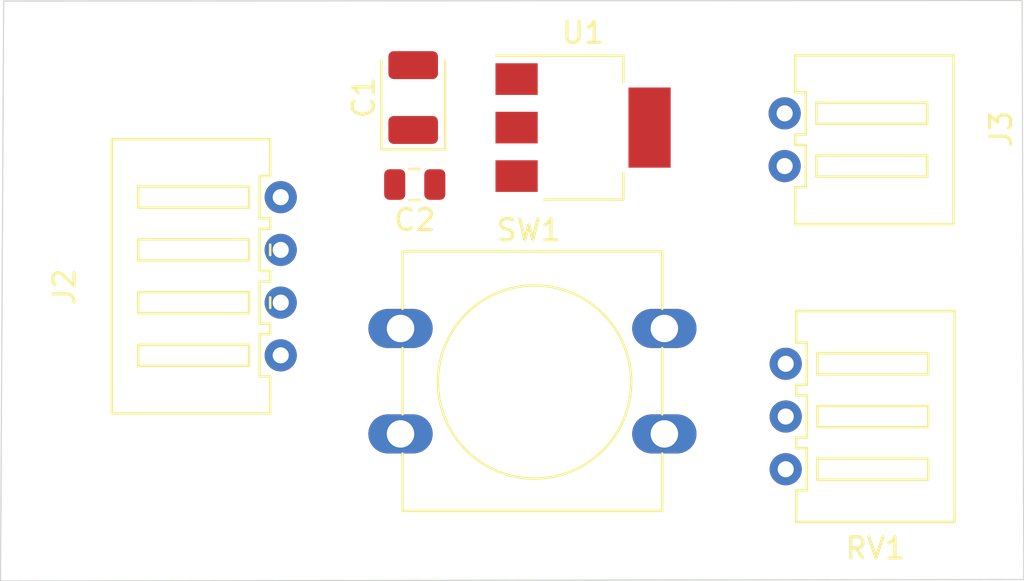
<source format=kicad_pcb>
(kicad_pcb (version 20171130) (host pcbnew 5.1.7-a382d34a88~90~ubuntu20.04.1)

  (general
    (thickness 1.6)
    (drawings 4)
    (tracks 0)
    (zones 0)
    (modules 7)
    (nets 6)
  )

  (page A4)
  (layers
    (0 F.Cu signal)
    (31 B.Cu signal)
    (32 B.Adhes user)
    (33 F.Adhes user)
    (34 B.Paste user)
    (35 F.Paste user)
    (36 B.SilkS user)
    (37 F.SilkS user)
    (38 B.Mask user)
    (39 F.Mask user)
    (40 Dwgs.User user)
    (41 Cmts.User user)
    (42 Eco1.User user)
    (43 Eco2.User user)
    (44 Edge.Cuts user)
    (45 Margin user)
    (46 B.CrtYd user)
    (47 F.CrtYd user)
    (48 B.Fab user)
    (49 F.Fab user)
  )

  (setup
    (last_trace_width 0.25)
    (trace_clearance 0.2)
    (zone_clearance 0.508)
    (zone_45_only no)
    (trace_min 0.2)
    (via_size 0.8)
    (via_drill 0.4)
    (via_min_size 0.4)
    (via_min_drill 0.3)
    (uvia_size 0.3)
    (uvia_drill 0.1)
    (uvias_allowed no)
    (uvia_min_size 0.2)
    (uvia_min_drill 0.1)
    (edge_width 0.05)
    (segment_width 0.2)
    (pcb_text_width 0.3)
    (pcb_text_size 1.5 1.5)
    (mod_edge_width 0.12)
    (mod_text_size 1 1)
    (mod_text_width 0.15)
    (pad_size 3.048 1.85)
    (pad_drill 1.3)
    (pad_to_mask_clearance 0)
    (aux_axis_origin 116 100)
    (visible_elements FFFFFF7F)
    (pcbplotparams
      (layerselection 0x010fc_ffffffff)
      (usegerberextensions false)
      (usegerberattributes true)
      (usegerberadvancedattributes true)
      (creategerberjobfile true)
      (excludeedgelayer true)
      (linewidth 0.100000)
      (plotframeref false)
      (viasonmask false)
      (mode 1)
      (useauxorigin false)
      (hpglpennumber 1)
      (hpglpenspeed 20)
      (hpglpendiameter 15.000000)
      (psnegative false)
      (psa4output false)
      (plotreference true)
      (plotvalue true)
      (plotinvisibletext false)
      (padsonsilk false)
      (subtractmaskfromsilk false)
      (outputformat 1)
      (mirror false)
      (drillshape 1)
      (scaleselection 1)
      (outputdirectory ""))
  )

  (net 0 "")
  (net 1 GND)
  (net 2 /3v3)
  (net 3 +5V)
  (net 4 /mode_ref)
  (net 5 /mode_btn)

  (net_class Default "This is the default net class."
    (clearance 0.2)
    (trace_width 0.25)
    (via_dia 0.8)
    (via_drill 0.4)
    (uvia_dia 0.3)
    (uvia_drill 0.1)
    (add_net +5V)
    (add_net /3v3)
    (add_net /mode_btn)
    (add_net /mode_ref)
    (add_net GND)
  )

  (module Package_TO_SOT_SMD:SOT-223-3_TabPin2 (layer F.Cu) (tedit 5A02FF57) (tstamp 6101B278)
    (at 142.5 81)
    (descr "module CMS SOT223 4 pins")
    (tags "CMS SOT")
    (path /6101EC1D)
    (attr smd)
    (fp_text reference U1 (at 0 -4.5) (layer F.SilkS)
      (effects (font (size 1 1) (thickness 0.15)))
    )
    (fp_text value AMS1117-3.3 (at 0 4.5) (layer F.Fab)
      (effects (font (size 1 1) (thickness 0.15)))
    )
    (fp_text user %R (at 0 0 90) (layer F.Fab)
      (effects (font (size 0.8 0.8) (thickness 0.12)))
    )
    (fp_line (start 1.91 3.41) (end 1.91 2.15) (layer F.SilkS) (width 0.12))
    (fp_line (start 1.91 -3.41) (end 1.91 -2.15) (layer F.SilkS) (width 0.12))
    (fp_line (start 4.4 -3.6) (end -4.4 -3.6) (layer F.CrtYd) (width 0.05))
    (fp_line (start 4.4 3.6) (end 4.4 -3.6) (layer F.CrtYd) (width 0.05))
    (fp_line (start -4.4 3.6) (end 4.4 3.6) (layer F.CrtYd) (width 0.05))
    (fp_line (start -4.4 -3.6) (end -4.4 3.6) (layer F.CrtYd) (width 0.05))
    (fp_line (start -1.85 -2.35) (end -0.85 -3.35) (layer F.Fab) (width 0.1))
    (fp_line (start -1.85 -2.35) (end -1.85 3.35) (layer F.Fab) (width 0.1))
    (fp_line (start -1.85 3.41) (end 1.91 3.41) (layer F.SilkS) (width 0.12))
    (fp_line (start -0.85 -3.35) (end 1.85 -3.35) (layer F.Fab) (width 0.1))
    (fp_line (start -4.1 -3.41) (end 1.91 -3.41) (layer F.SilkS) (width 0.12))
    (fp_line (start -1.85 3.35) (end 1.85 3.35) (layer F.Fab) (width 0.1))
    (fp_line (start 1.85 -3.35) (end 1.85 3.35) (layer F.Fab) (width 0.1))
    (pad 1 smd rect (at -3.15 -2.3) (size 2 1.5) (layers F.Cu F.Paste F.Mask)
      (net 1 GND))
    (pad 3 smd rect (at -3.15 2.3) (size 2 1.5) (layers F.Cu F.Paste F.Mask)
      (net 3 +5V))
    (pad 2 smd rect (at -3.15 0) (size 2 1.5) (layers F.Cu F.Paste F.Mask)
      (net 2 /3v3))
    (pad 2 smd rect (at 3.15 0) (size 2 3.8) (layers F.Cu F.Paste F.Mask)
      (net 2 /3v3))
    (model ${KISYS3DMOD}/Package_TO_SOT_SMD.3dshapes/SOT-223.wrl
      (at (xyz 0 0 0))
      (scale (xyz 1 1 1))
      (rotate (xyz 0 0 0))
    )
  )

  (module Button_Switch_THT:SW_PUSH-12mm (layer F.Cu) (tedit 5D160D14) (tstamp 6101B262)
    (at 133.85 90.525)
    (descr "SW PUSH 12mm https://www.e-switch.com/system/asset/product_line/data_sheet/143/TL1100.pdf")
    (tags "tact sw push 12mm")
    (path /6101DAEE)
    (fp_text reference SW1 (at 6.08 -4.66) (layer F.SilkS)
      (effects (font (size 1 1) (thickness 0.15)))
    )
    (fp_text value SW_Push (at 6.62 9.93) (layer F.Fab)
      (effects (font (size 1 1) (thickness 0.15)))
    )
    (fp_text user %R (at 6.35 2.54) (layer F.Fab)
      (effects (font (size 1 1) (thickness 0.15)))
    )
    (fp_line (start 0.25 8.5) (end 12.25 8.5) (layer F.Fab) (width 0.1))
    (fp_line (start 0.25 -3.5) (end 12.25 -3.5) (layer F.Fab) (width 0.1))
    (fp_line (start 12.25 -3.5) (end 12.25 8.5) (layer F.Fab) (width 0.1))
    (fp_line (start 0.1 -3.65) (end 12.4 -3.65) (layer F.SilkS) (width 0.12))
    (fp_line (start 12.4 0.93) (end 12.4 4.07) (layer F.SilkS) (width 0.12))
    (fp_line (start 12.4 8.65) (end 0.1 8.65) (layer F.SilkS) (width 0.12))
    (fp_line (start 0.1 -0.93) (end 0.1 -3.65) (layer F.SilkS) (width 0.12))
    (fp_line (start -1.77 -3.75) (end 14.25 -3.75) (layer F.CrtYd) (width 0.05))
    (fp_line (start -1.77 -3.75) (end -1.77 8.75) (layer F.CrtYd) (width 0.05))
    (fp_line (start 14.25 8.75) (end 14.25 -3.75) (layer F.CrtYd) (width 0.05))
    (fp_line (start 14.25 8.75) (end -1.77 8.75) (layer F.CrtYd) (width 0.05))
    (fp_circle (center 6.35 2.54) (end 10.16 5.08) (layer F.SilkS) (width 0.12))
    (fp_line (start 0.25 -3.5) (end 0.25 8.5) (layer F.Fab) (width 0.1))
    (fp_line (start 0.1 8.65) (end 0.1 5.93) (layer F.SilkS) (width 0.12))
    (fp_line (start 0.1 4.07) (end 0.1 0.93) (layer F.SilkS) (width 0.12))
    (fp_line (start 12.4 5.93) (end 12.4 8.65) (layer F.SilkS) (width 0.12))
    (fp_line (start 12.4 -3.65) (end 12.4 -0.93) (layer F.SilkS) (width 0.12))
    (pad 2 thru_hole oval (at 0 5) (size 3.048 1.85) (drill 1.3) (layers *.Cu *.Mask)
      (net 2 /3v3))
    (pad 1 thru_hole oval (at 0 0) (size 3.048 1.85) (drill 1.3) (layers *.Cu *.Mask)
      (net 5 /mode_btn))
    (pad 2 thru_hole oval (at 12.5 5) (size 3.048 1.85) (drill 1.3) (layers *.Cu *.Mask)
      (net 2 /3v3))
    (pad 1 thru_hole oval (at 12.5 0) (size 3.048 1.85) (drill 1.3) (layers *.Cu *.Mask)
      (net 5 /mode_btn))
    (model ${KISYS3DMOD}/Button_Switch_THT.3dshapes/SW_PUSH-12mm.wrl
      (at (xyz 0 0 0))
      (scale (xyz 1 1 1))
      (rotate (xyz 0 0 0))
    )
  )

  (module initeq:jst_xh_conn_1x03_horizontal (layer F.Cu) (tedit 60FC4581) (tstamp 6101B248)
    (at 152.1 94.7)
    (path /61021A87)
    (fp_text reference RV1 (at 4.25 6.25) (layer F.SilkS)
      (effects (font (size 1 1) (thickness 0.15)))
    )
    (fp_text value R_POT_US (at 2.75 -6.5 180) (layer F.Fab)
      (effects (font (size 1 1) (thickness 0.15)))
    )
    (fp_text user %R (at 4.5 0) (layer F.Fab)
      (effects (font (size 1 1) (thickness 0.15)))
    )
    (fp_line (start 0.75 4.87) (end 7.69 4.87) (layer F.Fab) (width 0.12))
    (fp_line (start 0.75 4.87) (end 0.75 -4.87) (layer F.Fab) (width 0.12))
    (fp_line (start 0.75 -4.87) (end 7.69 -4.87) (layer F.Fab) (width 0.12))
    (fp_line (start 7.69 4.87) (end 7.69 -4.87) (layer F.Fab) (width 0.12))
    (fp_line (start 0.75 -5) (end 8 -5) (layer F.SilkS) (width 0.12))
    (fp_line (start 8 -5) (end 8 5) (layer F.SilkS) (width 0.12))
    (fp_line (start 8 5) (end 0.5 5) (layer F.SilkS) (width 0.12))
    (fp_line (start 0.5 5) (end 0.5 3.5) (layer F.SilkS) (width 0.12))
    (fp_line (start 0.75 -5) (end 0.5 -5) (layer F.SilkS) (width 0.12))
    (fp_line (start 0.5 -5) (end 0.5 -3.5) (layer F.SilkS) (width 0.12))
    (fp_line (start 0.5 -3.5) (end 1 -3.5) (layer F.SilkS) (width 0.12))
    (fp_line (start 1 -3.5) (end 1 -1.5) (layer F.SilkS) (width 0.12))
    (fp_line (start 1 -1.5) (end 0.5 -1.5) (layer F.SilkS) (width 0.12))
    (fp_line (start 0.5 -1.5) (end 0.5 -1) (layer F.SilkS) (width 0.12))
    (fp_line (start 0.5 -1) (end 1 -1) (layer F.SilkS) (width 0.12))
    (fp_line (start 1 -1) (end 1 1) (layer F.SilkS) (width 0.12))
    (fp_line (start 1 1) (end 0.5 1) (layer F.SilkS) (width 0.12))
    (fp_line (start 0.5 1) (end 0.5 1.5) (layer F.SilkS) (width 0.12))
    (fp_line (start 0.5 1.5) (end 1 1.5) (layer F.SilkS) (width 0.12))
    (fp_line (start 1 1.5) (end 1 3.5) (layer F.SilkS) (width 0.12))
    (fp_line (start 1 3.5) (end 0.5 3.5) (layer F.SilkS) (width 0.12))
    (fp_line (start 1.5 -3) (end 1.5 -2) (layer F.SilkS) (width 0.12))
    (fp_line (start 1.5 -2) (end 6.75 -2) (layer F.SilkS) (width 0.12))
    (fp_line (start 6.75 -2) (end 6.75 -3) (layer F.SilkS) (width 0.12))
    (fp_line (start 6.75 -3) (end 1.5 -3) (layer F.SilkS) (width 0.12))
    (fp_line (start 1.5 -0.5) (end 1.5 0.5) (layer F.SilkS) (width 0.12))
    (fp_line (start 1.5 0.5) (end 6.75 0.5) (layer F.SilkS) (width 0.12))
    (fp_line (start 6.75 0.5) (end 6.75 -0.5) (layer F.SilkS) (width 0.12))
    (fp_line (start 6.75 -0.5) (end 1.5 -0.5) (layer F.SilkS) (width 0.12))
    (fp_line (start 1.5 3) (end 6.75 3) (layer F.SilkS) (width 0.12))
    (fp_line (start 1.5 2) (end 1.5 3) (layer F.SilkS) (width 0.12))
    (fp_line (start 6.75 3) (end 6.75 2) (layer F.SilkS) (width 0.12))
    (fp_line (start 6.75 2) (end 1.5 2) (layer F.SilkS) (width 0.12))
    (fp_line (start -1.75 -5.5) (end -1.75 5.5) (layer F.CrtYd) (width 0.12))
    (fp_line (start -1.75 5.5) (end 9 5.5) (layer F.CrtYd) (width 0.12))
    (fp_line (start 9 5.5) (end 9 -5.5) (layer F.CrtYd) (width 0.12))
    (fp_line (start 9 -5.5) (end -1.75 -5.5) (layer F.CrtYd) (width 0.12))
    (pad 3 thru_hole circle (at 0 2.5) (size 1.524 1.524) (drill 0.762) (layers *.Cu *.Mask)
      (net 2 /3v3))
    (pad 1 thru_hole oval (at 0 -2.5) (size 1.524 1.524) (drill 0.762) (layers *.Cu *.Mask)
      (net 1 GND))
    (pad 2 thru_hole circle (at 0 0) (size 1.524 1.524) (drill 0.762) (layers *.Cu *.Mask)
      (net 4 /mode_ref))
    (model /home/chief/3D/CAD/electronics-models/initeq/jst-xh-connectors-90-degree-JstConnectorFemale-3pinConnector.step
      (at (xyz 0 0 0))
      (scale (xyz 1 1 1))
      (rotate (xyz 0 0 0))
    )
  )

  (module initeq:jst_xh_conn_1x02_horizontal (layer F.Cu) (tedit 6101A8B0) (tstamp 6101B21B)
    (at 152.05 81.575)
    (path /6102B3D8)
    (fp_text reference J3 (at 10.25 -0.5 90) (layer F.SilkS)
      (effects (font (size 1 1) (thickness 0.15)))
    )
    (fp_text value Conn_01x02_Female (at 2.9 1.85 180) (layer F.Fab)
      (effects (font (size 1 1) (thickness 0.15)))
    )
    (fp_text user %R (at 4.5 0) (layer F.Fab)
      (effects (font (size 1 1) (thickness 0.15)))
    )
    (fp_line (start 1 -0.25) (end 1 -2.25) (layer F.SilkS) (width 0.12))
    (fp_line (start 0.5 -0.25) (end 1 -0.25) (layer F.SilkS) (width 0.12))
    (fp_line (start 0.5 0.25) (end 0.5 -0.25) (layer F.SilkS) (width 0.12))
    (fp_line (start 1 0.25) (end 0.5 0.25) (layer F.SilkS) (width 0.12))
    (fp_line (start 1 2.25) (end 1 0.25) (layer F.SilkS) (width 0.12))
    (fp_line (start 8 4) (end 0.5 4) (layer F.SilkS) (width 0.12))
    (fp_line (start 0.75 3.725) (end 0.75 -3.725) (layer F.Fab) (width 0.12))
    (fp_line (start 0.75 -4) (end 8 -4) (layer F.SilkS) (width 0.12))
    (fp_line (start 8 -4) (end 8 4) (layer F.SilkS) (width 0.12))
    (fp_line (start 1.5 -1.75) (end 1.5 -0.75) (layer F.SilkS) (width 0.12))
    (fp_line (start 1.5 -0.75) (end 6.75 -0.75) (layer F.SilkS) (width 0.12))
    (fp_line (start 6.75 -0.75) (end 6.75 -1.75) (layer F.SilkS) (width 0.12))
    (fp_line (start 6.75 -1.75) (end 1.5 -1.75) (layer F.SilkS) (width 0.12))
    (fp_line (start 1.5 1.75) (end 6.75 1.75) (layer F.SilkS) (width 0.12))
    (fp_line (start 1.5 0.75) (end 1.5 1.75) (layer F.SilkS) (width 0.12))
    (fp_line (start 6.75 1.75) (end 6.75 0.75) (layer F.SilkS) (width 0.12))
    (fp_line (start 6.75 0.75) (end 1.5 0.75) (layer F.SilkS) (width 0.12))
    (fp_line (start -1.75 -4.5) (end -1.75 4.5) (layer F.CrtYd) (width 0.12))
    (fp_line (start -1.75 4.5) (end 9 4.5) (layer F.CrtYd) (width 0.12))
    (fp_line (start 9 4.5) (end 9 -4.5) (layer F.CrtYd) (width 0.12))
    (fp_line (start 9 -4.5) (end -1.75 -4.5) (layer F.CrtYd) (width 0.12))
    (fp_line (start 7.75 3.725) (end 7.75 -3.725) (layer F.Fab) (width 0.12))
    (fp_line (start 0.5 -2.25) (end 1 -2.25) (layer F.SilkS) (width 0.12))
    (fp_line (start 0.5 -2.25) (end 0.5 -4) (layer F.SilkS) (width 0.12))
    (fp_line (start 0.5 -4) (end 0.75 -4) (layer F.SilkS) (width 0.12))
    (fp_line (start 1 2.25) (end 0.5 2.25) (layer F.SilkS) (width 0.12))
    (fp_line (start 0.5 2.25) (end 0.5 4) (layer F.SilkS) (width 0.12))
    (pad 2 thru_hole circle (at 0 1.25) (size 1.524 1.524) (drill 0.762) (layers *.Cu *.Mask)
      (net 1 GND))
    (pad 1 thru_hole circle (at 0 -1.25) (size 1.524 1.524) (drill 0.762) (layers *.Cu *.Mask)
      (net 3 +5V))
    (model /home/chief/3D/CAD/electronics-models/initeq/jst-xh-connectors-90-degree-JstConnectorFemale-2pin.step
      (at (xyz 0 0 0))
      (scale (xyz 1 1 1))
      (rotate (xyz 0 0 0))
    )
  )

  (module initeq:jst_xh_conn_1x04_horizontal (layer F.Cu) (tedit 6101A8C6) (tstamp 6101B1F9)
    (at 128.175 88.05 180)
    (path /6102CE9E)
    (fp_text reference J2 (at 10.25 -0.5 90) (layer F.SilkS)
      (effects (font (size 1 1) (thickness 0.15)))
    )
    (fp_text value Conn_01x04_Female (at 3.25 -8.25 180) (layer F.Fab)
      (effects (font (size 1 1) (thickness 0.15)))
    )
    (fp_text user %R (at 4.5 0) (layer F.Fab)
      (effects (font (size 1 1) (thickness 0.15)))
    )
    (fp_line (start 0.5 -6.5) (end 0.75 -6.5) (layer F.SilkS) (width 0.12))
    (fp_line (start 0.5 -4.75) (end 0.5 -6.5) (layer F.SilkS) (width 0.12))
    (fp_line (start 1 -4.75) (end 0.5 -4.75) (layer F.SilkS) (width 0.12))
    (fp_line (start 1 -2.75) (end 1 -4.75) (layer F.SilkS) (width 0.12))
    (fp_line (start 0.5 -2.75) (end 1 -2.75) (layer F.SilkS) (width 0.12))
    (fp_line (start 0.5 -2.25) (end 0.5 -2.75) (layer F.SilkS) (width 0.12))
    (fp_line (start 1 -2.25) (end 0.5 -2.25) (layer F.SilkS) (width 0.12))
    (fp_line (start 1 -0.25) (end 1 -2.25) (layer F.SilkS) (width 0.12))
    (fp_line (start 0.5 -0.25) (end 1 -0.25) (layer F.SilkS) (width 0.12))
    (fp_line (start 0.5 0.25) (end 0.5 -0.25) (layer F.SilkS) (width 0.12))
    (fp_line (start 1 0.25) (end 0.5 0.25) (layer F.SilkS) (width 0.12))
    (fp_line (start 1 2.25) (end 1 0.25) (layer F.SilkS) (width 0.12))
    (fp_line (start 0.5 2.25) (end 1 2.25) (layer F.SilkS) (width 0.12))
    (fp_line (start 0.5 2.75) (end 0.5 2.25) (layer F.SilkS) (width 0.12))
    (fp_line (start 1 2.75) (end 0.5 2.75) (layer F.SilkS) (width 0.12))
    (fp_line (start 1 4.75) (end 1 2.75) (layer F.SilkS) (width 0.12))
    (fp_line (start 0.5 4.75) (end 1 4.75) (layer F.SilkS) (width 0.12))
    (fp_line (start 0.5 6.5) (end 0.5 4.75) (layer F.SilkS) (width 0.12))
    (fp_line (start 8 6.5) (end 0.5 6.5) (layer F.SilkS) (width 0.12))
    (fp_line (start 1.5 3.25) (end 1.5 4.25) (layer F.SilkS) (width 0.12))
    (fp_line (start 6.75 3.25) (end 1.5 3.25) (layer F.SilkS) (width 0.12))
    (fp_line (start 1.5 4.25) (end 6.75 4.25) (layer F.SilkS) (width 0.12))
    (fp_line (start 6.75 4.25) (end 6.75 3.25) (layer F.SilkS) (width 0.12))
    (fp_line (start 0.75 6.24) (end 7.69 6.24) (layer F.Fab) (width 0.12))
    (fp_line (start 0.75 6.24) (end 0.75 -6.24) (layer F.Fab) (width 0.12))
    (fp_line (start 0.75 -6.24) (end 7.69 -6.24) (layer F.Fab) (width 0.12))
    (fp_line (start 7.69 6.24) (end 7.69 -6.24) (layer F.Fab) (width 0.12))
    (fp_line (start 0.75 -6.5) (end 8 -6.5) (layer F.SilkS) (width 0.12))
    (fp_line (start 8 -6.5) (end 8 6.5) (layer F.SilkS) (width 0.12))
    (fp_line (start 0.5 -1.5) (end 0.5 -1) (layer F.SilkS) (width 0.12))
    (fp_line (start 0.5 1) (end 0.5 1.5) (layer F.SilkS) (width 0.12))
    (fp_line (start 1.5 -4.25) (end 1.5 -3.25) (layer F.SilkS) (width 0.12))
    (fp_line (start 1.5 -3.25) (end 6.75 -3.25) (layer F.SilkS) (width 0.12))
    (fp_line (start 6.75 -3.25) (end 6.75 -4.25) (layer F.SilkS) (width 0.12))
    (fp_line (start 6.75 -4.25) (end 1.5 -4.25) (layer F.SilkS) (width 0.12))
    (fp_line (start 1.5 -1.75) (end 1.5 -0.75) (layer F.SilkS) (width 0.12))
    (fp_line (start 1.5 -0.75) (end 6.75 -0.75) (layer F.SilkS) (width 0.12))
    (fp_line (start 6.75 -0.75) (end 6.75 -1.75) (layer F.SilkS) (width 0.12))
    (fp_line (start 6.75 -1.75) (end 1.5 -1.75) (layer F.SilkS) (width 0.12))
    (fp_line (start 1.5 1.75) (end 6.75 1.75) (layer F.SilkS) (width 0.12))
    (fp_line (start 1.5 0.75) (end 1.5 1.75) (layer F.SilkS) (width 0.12))
    (fp_line (start 6.75 1.75) (end 6.75 0.75) (layer F.SilkS) (width 0.12))
    (fp_line (start 6.75 0.75) (end 1.5 0.75) (layer F.SilkS) (width 0.12))
    (fp_line (start -1.75 -7) (end -1.75 6.75) (layer F.CrtYd) (width 0.12))
    (fp_line (start -1.75 6.75) (end 9 6.75) (layer F.CrtYd) (width 0.12))
    (fp_line (start 9 6.75) (end 9 -7) (layer F.CrtYd) (width 0.12))
    (fp_line (start 9 -7) (end -1.75 -7) (layer F.CrtYd) (width 0.12))
    (pad 4 thru_hole oval (at 0 3.75 180) (size 1.524 1.524) (drill 0.762) (layers *.Cu *.Mask)
      (net 4 /mode_ref))
    (pad 3 thru_hole circle (at 0 1.25 180) (size 1.524 1.524) (drill 0.762) (layers *.Cu *.Mask)
      (net 5 /mode_btn))
    (pad 1 thru_hole oval (at 0 -3.75 180) (size 1.524 1.524) (drill 0.762) (layers *.Cu *.Mask)
      (net 3 +5V))
    (pad 2 thru_hole circle (at 0 -1.25 180) (size 1.524 1.524) (drill 0.762) (layers *.Cu *.Mask)
      (net 1 GND))
    (model /home/chief/3D/CAD/electronics-models/initeq/jst-xh-connectors-90-degree-JstConnectorFemale-4pin.step
      (at (xyz 0 0 0))
      (scale (xyz 1 1 1))
      (rotate (xyz 0 0 0))
    )
  )

  (module Capacitor_SMD:C_0805_2012Metric (layer F.Cu) (tedit 5F68FEEE) (tstamp 6101B1C1)
    (at 134.525 83.7 180)
    (descr "Capacitor SMD 0805 (2012 Metric), square (rectangular) end terminal, IPC_7351 nominal, (Body size source: IPC-SM-782 page 76, https://www.pcb-3d.com/wordpress/wp-content/uploads/ipc-sm-782a_amendment_1_and_2.pdf, https://docs.google.com/spreadsheets/d/1BsfQQcO9C6DZCsRaXUlFlo91Tg2WpOkGARC1WS5S8t0/edit?usp=sharing), generated with kicad-footprint-generator")
    (tags capacitor)
    (path /6101FD50)
    (attr smd)
    (fp_text reference C2 (at 0 -1.68) (layer F.SilkS)
      (effects (font (size 1 1) (thickness 0.15)))
    )
    (fp_text value 10uF (at 0 1.68) (layer F.Fab)
      (effects (font (size 1 1) (thickness 0.15)))
    )
    (fp_text user %R (at 0 0) (layer F.Fab)
      (effects (font (size 0.5 0.5) (thickness 0.08)))
    )
    (fp_line (start -1 0.625) (end -1 -0.625) (layer F.Fab) (width 0.1))
    (fp_line (start -1 -0.625) (end 1 -0.625) (layer F.Fab) (width 0.1))
    (fp_line (start 1 -0.625) (end 1 0.625) (layer F.Fab) (width 0.1))
    (fp_line (start 1 0.625) (end -1 0.625) (layer F.Fab) (width 0.1))
    (fp_line (start -0.261252 -0.735) (end 0.261252 -0.735) (layer F.SilkS) (width 0.12))
    (fp_line (start -0.261252 0.735) (end 0.261252 0.735) (layer F.SilkS) (width 0.12))
    (fp_line (start -1.7 0.98) (end -1.7 -0.98) (layer F.CrtYd) (width 0.05))
    (fp_line (start -1.7 -0.98) (end 1.7 -0.98) (layer F.CrtYd) (width 0.05))
    (fp_line (start 1.7 -0.98) (end 1.7 0.98) (layer F.CrtYd) (width 0.05))
    (fp_line (start 1.7 0.98) (end -1.7 0.98) (layer F.CrtYd) (width 0.05))
    (pad 2 smd roundrect (at 0.95 0 180) (size 1 1.45) (layers F.Cu F.Paste F.Mask) (roundrect_rratio 0.25)
      (net 1 GND))
    (pad 1 smd roundrect (at -0.95 0 180) (size 1 1.45) (layers F.Cu F.Paste F.Mask) (roundrect_rratio 0.25)
      (net 3 +5V))
    (model ${KISYS3DMOD}/Capacitor_SMD.3dshapes/C_0805_2012Metric.wrl
      (at (xyz 0 0 0))
      (scale (xyz 1 1 1))
      (rotate (xyz 0 0 0))
    )
  )

  (module Capacitor_Tantalum_SMD:CP_EIA-3528-12_Kemet-T (layer F.Cu) (tedit 5EBA9318) (tstamp 6101B1B0)
    (at 134.45 79.575 90)
    (descr "Tantalum Capacitor SMD Kemet-T (3528-12 Metric), IPC_7351 nominal, (Body size from: http://www.kemet.com/Lists/ProductCatalog/Attachments/253/KEM_TC101_STD.pdf), generated with kicad-footprint-generator")
    (tags "capacitor tantalum")
    (path /6101F71D)
    (attr smd)
    (fp_text reference C1 (at 0 -2.35 90) (layer F.SilkS)
      (effects (font (size 1 1) (thickness 0.15)))
    )
    (fp_text value 22uF (at 0 2.35 90) (layer F.Fab)
      (effects (font (size 1 1) (thickness 0.15)))
    )
    (fp_text user %R (at 0 0 90) (layer F.Fab)
      (effects (font (size 0.88 0.88) (thickness 0.13)))
    )
    (fp_line (start 1.75 -1.4) (end -1.05 -1.4) (layer F.Fab) (width 0.1))
    (fp_line (start -1.05 -1.4) (end -1.75 -0.7) (layer F.Fab) (width 0.1))
    (fp_line (start -1.75 -0.7) (end -1.75 1.4) (layer F.Fab) (width 0.1))
    (fp_line (start -1.75 1.4) (end 1.75 1.4) (layer F.Fab) (width 0.1))
    (fp_line (start 1.75 1.4) (end 1.75 -1.4) (layer F.Fab) (width 0.1))
    (fp_line (start 1.75 -1.51) (end -2.46 -1.51) (layer F.SilkS) (width 0.12))
    (fp_line (start -2.46 -1.51) (end -2.46 1.51) (layer F.SilkS) (width 0.12))
    (fp_line (start -2.46 1.51) (end 1.75 1.51) (layer F.SilkS) (width 0.12))
    (fp_line (start -2.45 1.65) (end -2.45 -1.65) (layer F.CrtYd) (width 0.05))
    (fp_line (start -2.45 -1.65) (end 2.45 -1.65) (layer F.CrtYd) (width 0.05))
    (fp_line (start 2.45 -1.65) (end 2.45 1.65) (layer F.CrtYd) (width 0.05))
    (fp_line (start 2.45 1.65) (end -2.45 1.65) (layer F.CrtYd) (width 0.05))
    (pad 2 smd roundrect (at 1.5375 0 90) (size 1.325 2.35) (layers F.Cu F.Paste F.Mask) (roundrect_rratio 0.188679)
      (net 1 GND))
    (pad 1 smd roundrect (at -1.5375 0 90) (size 1.325 2.35) (layers F.Cu F.Paste F.Mask) (roundrect_rratio 0.188679)
      (net 2 /3v3))
    (model ${KISYS3DMOD}/Capacitor_Tantalum_SMD.3dshapes/CP_EIA-3528-12_Kemet-T.wrl
      (at (xyz 0 0 0))
      (scale (xyz 1 1 1))
      (rotate (xyz 0 0 0))
    )
  )

  (gr_line (start 163.3 74.975) (end 115.05 75) (layer Edge.Cuts) (width 0.05) (tstamp 6101BDD4))
  (gr_line (start 163.375 102.425) (end 163.3 74.975) (layer Edge.Cuts) (width 0.05))
  (gr_line (start 114.9 102.5) (end 163.375 102.425) (layer Edge.Cuts) (width 0.05))
  (gr_line (start 115.05 75) (end 114.9 102.5) (layer Edge.Cuts) (width 0.05))

)

</source>
